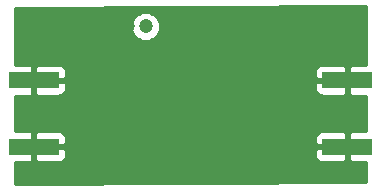
<source format=gbr>
%TF.GenerationSoftware,KiCad,Pcbnew,(5.1.9)-1*%
%TF.CreationDate,2021-01-21T13:21:26-05:00*%
%TF.ProjectId,LNA2,4c4e4132-2e6b-4696-9361-645f70636258,rev?*%
%TF.SameCoordinates,Original*%
%TF.FileFunction,Copper,L2,Bot*%
%TF.FilePolarity,Positive*%
%FSLAX46Y46*%
G04 Gerber Fmt 4.6, Leading zero omitted, Abs format (unit mm)*
G04 Created by KiCad (PCBNEW (5.1.9)-1) date 2021-01-21 13:21:26*
%MOMM*%
%LPD*%
G01*
G04 APERTURE LIST*
%TA.AperFunction,SMDPad,CuDef*%
%ADD10R,4.200000X1.350000*%
%TD*%
%TA.AperFunction,ViaPad*%
%ADD11C,1.200000*%
%TD*%
%TA.AperFunction,ViaPad*%
%ADD12C,0.800000*%
%TD*%
%TA.AperFunction,Conductor*%
%ADD13C,0.254000*%
%TD*%
%TA.AperFunction,Conductor*%
%ADD14C,0.100000*%
%TD*%
G04 APERTURE END LIST*
D10*
%TO.P,J1,2_2*%
%TO.N,GND*%
X90624000Y-77439000D03*
%TO.P,J1,3_2*%
X90624000Y-83089000D03*
%TD*%
%TO.P,J2,3_2*%
%TO.N,GND*%
X117148000Y-77439000D03*
%TO.P,J2,2_2*%
X117148000Y-83089000D03*
%TD*%
D11*
%TO.N,VCC*%
X100076000Y-72898000D03*
D12*
%TO.N,GND*%
X96012000Y-76860400D03*
X97536000Y-76860400D03*
X96012000Y-75336400D03*
X97525000Y-75350000D03*
X108712000Y-75184000D03*
X108712000Y-76708000D03*
X103784400Y-78435200D03*
X102158800Y-78435200D03*
X102158800Y-77368400D03*
D11*
X98552000Y-72898000D03*
D12*
X108254800Y-84988400D03*
X96062800Y-83464400D03*
X105206800Y-84988400D03*
X100584000Y-83464400D03*
X103632000Y-83464400D03*
X99110800Y-83464400D03*
X97536000Y-83464400D03*
X106680000Y-84988400D03*
X103632000Y-84988400D03*
X108254800Y-83464400D03*
X102158800Y-84988400D03*
X100584000Y-84988400D03*
X99110800Y-84988400D03*
X97536000Y-84988400D03*
X96062800Y-84988400D03*
X106680000Y-83464400D03*
X105206800Y-83464400D03*
X102158800Y-83464400D03*
%TD*%
D13*
%TO.N,GND*%
X118745000Y-76126780D02*
X117433750Y-76129000D01*
X117275000Y-76287750D01*
X117275000Y-77312000D01*
X117295000Y-77312000D01*
X117295000Y-77566000D01*
X117275000Y-77566000D01*
X117275000Y-78590250D01*
X117433750Y-78749000D01*
X118745000Y-78751220D01*
X118745000Y-81776780D01*
X117433750Y-81779000D01*
X117275000Y-81937750D01*
X117275000Y-82962000D01*
X117295000Y-82962000D01*
X117295000Y-83216000D01*
X117275000Y-83216000D01*
X117275000Y-84240250D01*
X117433750Y-84399000D01*
X118745000Y-84401220D01*
X118745000Y-86106537D01*
X89027000Y-86232461D01*
X89027000Y-84401220D01*
X90338250Y-84399000D01*
X90497000Y-84240250D01*
X90497000Y-83216000D01*
X90751000Y-83216000D01*
X90751000Y-84240250D01*
X90909750Y-84399000D01*
X92724000Y-84402072D01*
X92848482Y-84389812D01*
X92968180Y-84353502D01*
X93078494Y-84294537D01*
X93175185Y-84215185D01*
X93254537Y-84118494D01*
X93313502Y-84008180D01*
X93349812Y-83888482D01*
X93362072Y-83764000D01*
X114409928Y-83764000D01*
X114422188Y-83888482D01*
X114458498Y-84008180D01*
X114517463Y-84118494D01*
X114596815Y-84215185D01*
X114693506Y-84294537D01*
X114803820Y-84353502D01*
X114923518Y-84389812D01*
X115048000Y-84402072D01*
X116862250Y-84399000D01*
X117021000Y-84240250D01*
X117021000Y-83216000D01*
X114571750Y-83216000D01*
X114413000Y-83374750D01*
X114409928Y-83764000D01*
X93362072Y-83764000D01*
X93359000Y-83374750D01*
X93200250Y-83216000D01*
X90751000Y-83216000D01*
X90497000Y-83216000D01*
X90477000Y-83216000D01*
X90477000Y-82962000D01*
X90497000Y-82962000D01*
X90497000Y-81937750D01*
X90751000Y-81937750D01*
X90751000Y-82962000D01*
X93200250Y-82962000D01*
X93359000Y-82803250D01*
X93362072Y-82414000D01*
X114409928Y-82414000D01*
X114413000Y-82803250D01*
X114571750Y-82962000D01*
X117021000Y-82962000D01*
X117021000Y-81937750D01*
X116862250Y-81779000D01*
X115048000Y-81775928D01*
X114923518Y-81788188D01*
X114803820Y-81824498D01*
X114693506Y-81883463D01*
X114596815Y-81962815D01*
X114517463Y-82059506D01*
X114458498Y-82169820D01*
X114422188Y-82289518D01*
X114409928Y-82414000D01*
X93362072Y-82414000D01*
X93349812Y-82289518D01*
X93313502Y-82169820D01*
X93254537Y-82059506D01*
X93175185Y-81962815D01*
X93078494Y-81883463D01*
X92968180Y-81824498D01*
X92848482Y-81788188D01*
X92724000Y-81775928D01*
X90909750Y-81779000D01*
X90751000Y-81937750D01*
X90497000Y-81937750D01*
X90338250Y-81779000D01*
X89027000Y-81776780D01*
X89027000Y-78751220D01*
X90338250Y-78749000D01*
X90497000Y-78590250D01*
X90497000Y-77566000D01*
X90751000Y-77566000D01*
X90751000Y-78590250D01*
X90909750Y-78749000D01*
X92724000Y-78752072D01*
X92848482Y-78739812D01*
X92968180Y-78703502D01*
X93078494Y-78644537D01*
X93175185Y-78565185D01*
X93254537Y-78468494D01*
X93313502Y-78358180D01*
X93349812Y-78238482D01*
X93362072Y-78114000D01*
X114409928Y-78114000D01*
X114422188Y-78238482D01*
X114458498Y-78358180D01*
X114517463Y-78468494D01*
X114596815Y-78565185D01*
X114693506Y-78644537D01*
X114803820Y-78703502D01*
X114923518Y-78739812D01*
X115048000Y-78752072D01*
X116862250Y-78749000D01*
X117021000Y-78590250D01*
X117021000Y-77566000D01*
X114571750Y-77566000D01*
X114413000Y-77724750D01*
X114409928Y-78114000D01*
X93362072Y-78114000D01*
X93359000Y-77724750D01*
X93200250Y-77566000D01*
X90751000Y-77566000D01*
X90497000Y-77566000D01*
X90477000Y-77566000D01*
X90477000Y-77312000D01*
X90497000Y-77312000D01*
X90497000Y-76287750D01*
X90751000Y-76287750D01*
X90751000Y-77312000D01*
X93200250Y-77312000D01*
X93359000Y-77153250D01*
X93362072Y-76764000D01*
X114409928Y-76764000D01*
X114413000Y-77153250D01*
X114571750Y-77312000D01*
X117021000Y-77312000D01*
X117021000Y-76287750D01*
X116862250Y-76129000D01*
X115048000Y-76125928D01*
X114923518Y-76138188D01*
X114803820Y-76174498D01*
X114693506Y-76233463D01*
X114596815Y-76312815D01*
X114517463Y-76409506D01*
X114458498Y-76519820D01*
X114422188Y-76639518D01*
X114409928Y-76764000D01*
X93362072Y-76764000D01*
X93349812Y-76639518D01*
X93313502Y-76519820D01*
X93254537Y-76409506D01*
X93175185Y-76312815D01*
X93078494Y-76233463D01*
X92968180Y-76174498D01*
X92848482Y-76138188D01*
X92724000Y-76125928D01*
X90909750Y-76129000D01*
X90751000Y-76287750D01*
X90497000Y-76287750D01*
X90338250Y-76129000D01*
X89027000Y-76126780D01*
X89027000Y-72776363D01*
X98841000Y-72776363D01*
X98841000Y-73019637D01*
X98888460Y-73258236D01*
X98981557Y-73482992D01*
X99116713Y-73685267D01*
X99288733Y-73857287D01*
X99491008Y-73992443D01*
X99715764Y-74085540D01*
X99954363Y-74133000D01*
X100197637Y-74133000D01*
X100436236Y-74085540D01*
X100660992Y-73992443D01*
X100863267Y-73857287D01*
X101035287Y-73685267D01*
X101170443Y-73482992D01*
X101263540Y-73258236D01*
X101311000Y-73019637D01*
X101311000Y-72776363D01*
X101263540Y-72537764D01*
X101170443Y-72313008D01*
X101035287Y-72110733D01*
X100863267Y-71938713D01*
X100660992Y-71803557D01*
X100436236Y-71710460D01*
X100197637Y-71663000D01*
X99954363Y-71663000D01*
X99715764Y-71710460D01*
X99491008Y-71803557D01*
X99288733Y-71938713D01*
X99116713Y-72110733D01*
X98981557Y-72313008D01*
X98888460Y-72537764D01*
X98841000Y-72776363D01*
X89027000Y-72776363D01*
X89027000Y-71309963D01*
X118745000Y-71184039D01*
X118745000Y-76126780D01*
%TA.AperFunction,Conductor*%
D14*
G36*
X118745000Y-76126780D02*
G01*
X117433750Y-76129000D01*
X117275000Y-76287750D01*
X117275000Y-77312000D01*
X117295000Y-77312000D01*
X117295000Y-77566000D01*
X117275000Y-77566000D01*
X117275000Y-78590250D01*
X117433750Y-78749000D01*
X118745000Y-78751220D01*
X118745000Y-81776780D01*
X117433750Y-81779000D01*
X117275000Y-81937750D01*
X117275000Y-82962000D01*
X117295000Y-82962000D01*
X117295000Y-83216000D01*
X117275000Y-83216000D01*
X117275000Y-84240250D01*
X117433750Y-84399000D01*
X118745000Y-84401220D01*
X118745000Y-86106537D01*
X89027000Y-86232461D01*
X89027000Y-84401220D01*
X90338250Y-84399000D01*
X90497000Y-84240250D01*
X90497000Y-83216000D01*
X90751000Y-83216000D01*
X90751000Y-84240250D01*
X90909750Y-84399000D01*
X92724000Y-84402072D01*
X92848482Y-84389812D01*
X92968180Y-84353502D01*
X93078494Y-84294537D01*
X93175185Y-84215185D01*
X93254537Y-84118494D01*
X93313502Y-84008180D01*
X93349812Y-83888482D01*
X93362072Y-83764000D01*
X114409928Y-83764000D01*
X114422188Y-83888482D01*
X114458498Y-84008180D01*
X114517463Y-84118494D01*
X114596815Y-84215185D01*
X114693506Y-84294537D01*
X114803820Y-84353502D01*
X114923518Y-84389812D01*
X115048000Y-84402072D01*
X116862250Y-84399000D01*
X117021000Y-84240250D01*
X117021000Y-83216000D01*
X114571750Y-83216000D01*
X114413000Y-83374750D01*
X114409928Y-83764000D01*
X93362072Y-83764000D01*
X93359000Y-83374750D01*
X93200250Y-83216000D01*
X90751000Y-83216000D01*
X90497000Y-83216000D01*
X90477000Y-83216000D01*
X90477000Y-82962000D01*
X90497000Y-82962000D01*
X90497000Y-81937750D01*
X90751000Y-81937750D01*
X90751000Y-82962000D01*
X93200250Y-82962000D01*
X93359000Y-82803250D01*
X93362072Y-82414000D01*
X114409928Y-82414000D01*
X114413000Y-82803250D01*
X114571750Y-82962000D01*
X117021000Y-82962000D01*
X117021000Y-81937750D01*
X116862250Y-81779000D01*
X115048000Y-81775928D01*
X114923518Y-81788188D01*
X114803820Y-81824498D01*
X114693506Y-81883463D01*
X114596815Y-81962815D01*
X114517463Y-82059506D01*
X114458498Y-82169820D01*
X114422188Y-82289518D01*
X114409928Y-82414000D01*
X93362072Y-82414000D01*
X93349812Y-82289518D01*
X93313502Y-82169820D01*
X93254537Y-82059506D01*
X93175185Y-81962815D01*
X93078494Y-81883463D01*
X92968180Y-81824498D01*
X92848482Y-81788188D01*
X92724000Y-81775928D01*
X90909750Y-81779000D01*
X90751000Y-81937750D01*
X90497000Y-81937750D01*
X90338250Y-81779000D01*
X89027000Y-81776780D01*
X89027000Y-78751220D01*
X90338250Y-78749000D01*
X90497000Y-78590250D01*
X90497000Y-77566000D01*
X90751000Y-77566000D01*
X90751000Y-78590250D01*
X90909750Y-78749000D01*
X92724000Y-78752072D01*
X92848482Y-78739812D01*
X92968180Y-78703502D01*
X93078494Y-78644537D01*
X93175185Y-78565185D01*
X93254537Y-78468494D01*
X93313502Y-78358180D01*
X93349812Y-78238482D01*
X93362072Y-78114000D01*
X114409928Y-78114000D01*
X114422188Y-78238482D01*
X114458498Y-78358180D01*
X114517463Y-78468494D01*
X114596815Y-78565185D01*
X114693506Y-78644537D01*
X114803820Y-78703502D01*
X114923518Y-78739812D01*
X115048000Y-78752072D01*
X116862250Y-78749000D01*
X117021000Y-78590250D01*
X117021000Y-77566000D01*
X114571750Y-77566000D01*
X114413000Y-77724750D01*
X114409928Y-78114000D01*
X93362072Y-78114000D01*
X93359000Y-77724750D01*
X93200250Y-77566000D01*
X90751000Y-77566000D01*
X90497000Y-77566000D01*
X90477000Y-77566000D01*
X90477000Y-77312000D01*
X90497000Y-77312000D01*
X90497000Y-76287750D01*
X90751000Y-76287750D01*
X90751000Y-77312000D01*
X93200250Y-77312000D01*
X93359000Y-77153250D01*
X93362072Y-76764000D01*
X114409928Y-76764000D01*
X114413000Y-77153250D01*
X114571750Y-77312000D01*
X117021000Y-77312000D01*
X117021000Y-76287750D01*
X116862250Y-76129000D01*
X115048000Y-76125928D01*
X114923518Y-76138188D01*
X114803820Y-76174498D01*
X114693506Y-76233463D01*
X114596815Y-76312815D01*
X114517463Y-76409506D01*
X114458498Y-76519820D01*
X114422188Y-76639518D01*
X114409928Y-76764000D01*
X93362072Y-76764000D01*
X93349812Y-76639518D01*
X93313502Y-76519820D01*
X93254537Y-76409506D01*
X93175185Y-76312815D01*
X93078494Y-76233463D01*
X92968180Y-76174498D01*
X92848482Y-76138188D01*
X92724000Y-76125928D01*
X90909750Y-76129000D01*
X90751000Y-76287750D01*
X90497000Y-76287750D01*
X90338250Y-76129000D01*
X89027000Y-76126780D01*
X89027000Y-72776363D01*
X98841000Y-72776363D01*
X98841000Y-73019637D01*
X98888460Y-73258236D01*
X98981557Y-73482992D01*
X99116713Y-73685267D01*
X99288733Y-73857287D01*
X99491008Y-73992443D01*
X99715764Y-74085540D01*
X99954363Y-74133000D01*
X100197637Y-74133000D01*
X100436236Y-74085540D01*
X100660992Y-73992443D01*
X100863267Y-73857287D01*
X101035287Y-73685267D01*
X101170443Y-73482992D01*
X101263540Y-73258236D01*
X101311000Y-73019637D01*
X101311000Y-72776363D01*
X101263540Y-72537764D01*
X101170443Y-72313008D01*
X101035287Y-72110733D01*
X100863267Y-71938713D01*
X100660992Y-71803557D01*
X100436236Y-71710460D01*
X100197637Y-71663000D01*
X99954363Y-71663000D01*
X99715764Y-71710460D01*
X99491008Y-71803557D01*
X99288733Y-71938713D01*
X99116713Y-72110733D01*
X98981557Y-72313008D01*
X98888460Y-72537764D01*
X98841000Y-72776363D01*
X89027000Y-72776363D01*
X89027000Y-71309963D01*
X118745000Y-71184039D01*
X118745000Y-76126780D01*
G37*
%TD.AperFunction*%
%TD*%
M02*

</source>
